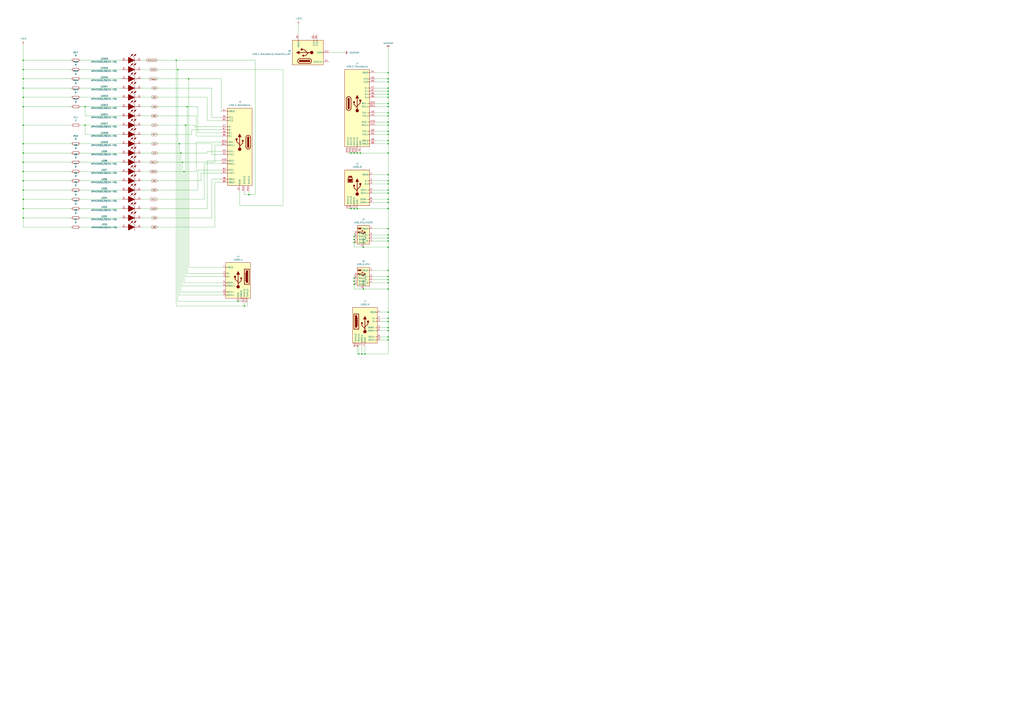
<source format=kicad_sch>
(kicad_sch (version 20231120) (generator "eeschema") (generator_version "8.0")
  (paper "A1")
  (junction (at 318.77 264.16))
  (junction (at 19.05 171.45))
  (junction (at 290.83 228.6))
  (junction (at 318.77 171.45))
  (junction (at 318.77 102.87))
  (junction (at 318.77 222.25))
  (junction (at 200.66 251.46))
  (junction (at 299.72 290.83))
  (junction (at 290.83 194.31))
  (junction (at 318.77 269.24))
  (junction (at 318.77 156.21))
  (junction (at 318.77 92.71))
  (junction (at 318.77 115.57))
  (junction (at 295.91 125.73))
  (junction (at 318.77 74.93))
  (junction (at 318.77 193.04))
  (junction (at 151.13 140.97))
  (junction (at 19.05 87.63))
  (junction (at 144.78 49.53))
  (junction (at 290.83 233.68))
  (junction (at 318.77 198.12))
  (junction (at 318.77 72.39))
  (junction (at 318.77 67.31))
  (junction (at 19.05 163.83))
  (junction (at 318.77 158.75))
  (junction (at 148.59 125.73))
  (junction (at 318.77 87.63))
  (junction (at 318.77 110.49))
  (junction (at 146.05 57.15))
  (junction (at 318.77 100.33))
  (junction (at 69.85 87.63))
  (junction (at 19.05 118.11))
  (junction (at 69.85 102.87))
  (junction (at 318.77 143.51))
  (junction (at 147.32 118.11))
  (junction (at 297.18 290.83))
  (junction (at 298.45 237.49))
  (junction (at 318.77 59.69))
  (junction (at 19.05 148.59))
  (junction (at 288.29 125.73))
  (junction (at 152.4 102.87))
  (junction (at 318.77 77.47))
  (junction (at 19.05 80.01))
  (junction (at 290.83 125.73))
  (junction (at 318.77 279.4))
  (junction (at 19.05 140.97))
  (junction (at 318.77 85.09))
  (junction (at 318.77 271.78))
  (junction (at 288.29 171.45))
  (junction (at 19.05 125.73))
  (junction (at 19.05 64.77))
  (junction (at 318.77 203.2))
  (junction (at 318.77 125.73))
  (junction (at 318.77 166.37))
  (junction (at 318.77 148.59))
  (junction (at 318.77 261.62))
  (junction (at 318.77 95.25))
  (junction (at 318.77 256.54))
  (junction (at 318.77 107.95))
  (junction (at 318.77 276.86))
  (junction (at 318.77 64.77))
  (junction (at 294.64 290.83))
  (junction (at 19.05 49.53))
  (junction (at 153.67 87.63))
  (junction (at 19.05 72.39))
  (junction (at 293.37 125.73))
  (junction (at 290.83 231.14))
  (junction (at 318.77 232.41))
  (junction (at 19.05 57.15))
  (junction (at 19.05 102.87))
  (junction (at 318.77 195.58))
  (junction (at 318.77 229.87))
  (junction (at 19.05 179.07))
  (junction (at 195.58 247.65))
  (junction (at 204.47 160.02))
  (junction (at 318.77 237.49))
  (junction (at 149.86 133.35))
  (junction (at 318.77 187.96))
  (junction (at 19.05 156.21))
  (junction (at 290.83 199.39))
  (junction (at 318.77 80.01))
  (junction (at 290.83 171.45))
  (junction (at 293.37 171.45))
  (junction (at 154.94 64.77))
  (junction (at 318.77 163.83))
  (junction (at 19.05 133.35))
  (junction (at 318.77 227.33))
  (junction (at 318.77 118.11))
  (junction (at 318.77 151.13))
  (junction (at 290.83 196.85))
  (junction (at 298.45 203.2))
  (wire (pts (xy 69.85 102.87) (xy 66.04 102.87)))
  (wire (pts (xy 318.77 261.62) (xy 318.77 264.16)))
  (wire (pts (xy 318.77 148.59) (xy 306.07 148.59)))
  (wire (pts (xy 318.77 256.54) (xy 318.77 237.49)))
  (wire (pts (xy 290.83 196.85) (xy 290.83 199.39)))
  (wire (pts (xy 147.32 118.11) (xy 147.32 242.57)))
  (wire (pts (xy 295.91 125.73) (xy 318.77 125.73)))
  (wire (pts (xy 115.57 72.39) (xy 173.99 72.39)))
  (wire (pts (xy 318.77 232.41) (xy 318.77 237.49)))
  (wire (pts (xy 115.57 140.97) (xy 151.13 140.97)))
  (wire (pts (xy 162.56 109.22) (xy 162.56 87.63)))
  (wire (pts (xy 100.33 72.39) (xy 66.04 72.39)))
  (wire (pts (xy 176.53 186.69) (xy 176.53 149.86)))
  (wire (pts (xy 100.33 133.35) (xy 66.04 133.35)))
  (wire (pts (xy 318.77 59.69) (xy 318.77 64.77)))
  (wire (pts (xy 58.42 87.63) (xy 19.05 87.63)))
  (wire (pts (xy 290.83 228.6) (xy 290.83 226.06)))
  (wire (pts (xy 181.61 139.7) (xy 162.56 139.7)))
  (wire (pts (xy 292.1 284.48) (xy 293.37 284.48)))
  (wire (pts (xy 318.77 171.45) (xy 318.77 187.96)))
  (wire (pts (xy 318.77 264.16) (xy 318.77 269.24)))
  (wire (pts (xy 318.77 92.71) (xy 318.77 95.25)))
  (wire (pts (xy 69.85 87.63) (xy 66.04 87.63)))
  (wire (pts (xy 19.05 163.83) (xy 19.05 171.45)))
  (wire (pts (xy 146.05 247.65) (xy 195.58 247.65)))
  (wire (pts (xy 293.37 171.45) (xy 318.77 171.45)))
  (wire (pts (xy 100.33 179.07) (xy 66.04 179.07)))
  (wire (pts (xy 318.77 102.87) (xy 318.77 107.95)))
  (wire (pts (xy 308.61 64.77) (xy 318.77 64.77)))
  (wire (pts (xy 308.61 87.63) (xy 318.77 87.63)))
  (wire (pts (xy 160.02 104.14) (xy 160.02 102.87)))
  (wire (pts (xy 161.29 116.84) (xy 161.29 140.97)))
  (wire (pts (xy 203.2 247.65) (xy 203.2 251.46)))
  (wire (pts (xy 181.61 96.52) (xy 173.99 96.52)))
  (wire (pts (xy 308.61 80.01) (xy 318.77 80.01)))
  (wire (pts (xy 19.05 102.87) (xy 19.05 118.11)))
  (wire (pts (xy 100.33 95.25) (xy 69.85 95.25)))
  (wire (pts (xy 115.57 110.49) (xy 157.48 110.49)))
  (wire (pts (xy 19.05 125.73) (xy 19.05 133.35)))
  (wire (pts (xy 318.77 74.93) (xy 318.77 72.39)))
  (wire (pts (xy 196.85 168.91) (xy 196.85 157.48)))
  (wire (pts (xy 100.33 163.83) (xy 66.04 163.83)))
  (wire (pts (xy 308.61 67.31) (xy 318.77 67.31)))
  (wire (pts (xy 58.42 171.45) (xy 19.05 171.45)))
  (wire (pts (xy 318.77 100.33) (xy 318.77 102.87)))
  (wire (pts (xy 200.66 247.65) (xy 200.66 251.46)))
  (wire (pts (xy 288.29 171.45) (xy 290.83 171.45)))
  (wire (pts (xy 100.33 148.59) (xy 66.04 148.59)))
  (wire (pts (xy 149.86 133.35) (xy 176.53 133.35)))
  (wire (pts (xy 58.42 133.35) (xy 19.05 133.35)))
  (wire (pts (xy 182.88 242.57) (xy 147.32 242.57)))
  (wire (pts (xy 181.61 116.84) (xy 161.29 116.84)))
  (wire (pts (xy 308.61 107.95) (xy 318.77 107.95)))
  (wire (pts (xy 318.77 77.47) (xy 318.77 80.01)))
  (wire (pts (xy 297.18 284.48) (xy 297.18 290.83)))
  (wire (pts (xy 306.07 158.75) (xy 318.77 158.75)))
  (wire (pts (xy 182.88 224.79) (xy 153.67 224.79)))
  (wire (pts (xy 318.77 193.04) (xy 306.07 193.04)))
  (wire (pts (xy 318.77 74.93) (xy 318.77 77.47)))
  (wire (pts (xy 209.55 49.53) (xy 209.55 160.02)))
  (wire (pts (xy 69.85 87.63) (xy 69.85 95.25)))
  (wire (pts (xy 318.77 227.33) (xy 318.77 229.87)))
  (wire (pts (xy 318.77 95.25) (xy 318.77 100.33)))
  (wire (pts (xy 306.07 222.25) (xy 318.77 222.25)))
  (wire (pts (xy 306.07 163.83) (xy 318.77 163.83)))
  (wire (pts (xy 176.53 149.86) (xy 181.61 149.86)))
  (wire (pts (xy 290.83 203.2) (xy 298.45 203.2)))
  (wire (pts (xy 318.77 125.73) (xy 318.77 143.51)))
  (wire (pts (xy 297.18 290.83) (xy 299.72 290.83)))
  (wire (pts (xy 318.77 198.12) (xy 318.77 195.58)))
  (wire (pts (xy 318.77 222.25) (xy 318.77 227.33)))
  (wire (pts (xy 58.42 125.73) (xy 19.05 125.73)))
  (wire (pts (xy 152.4 102.87) (xy 152.4 227.33)))
  (wire (pts (xy 161.29 111.76) (xy 181.61 111.76)))
  (wire (pts (xy 285.75 125.73) (xy 288.29 125.73)))
  (wire (pts (xy 100.33 125.73) (xy 66.04 125.73)))
  (wire (pts (xy 290.83 199.39) (xy 290.83 203.2)))
  (wire (pts (xy 19.05 140.97) (xy 19.05 148.59)))
  (wire (pts (xy 161.29 111.76) (xy 161.29 95.25)))
  (wire (pts (xy 165.1 148.59) (xy 165.1 142.24)))
  (wire (pts (xy 19.05 72.39) (xy 19.05 80.01)))
  (wire (pts (xy 318.77 279.4) (xy 318.77 290.83)))
  (wire (pts (xy 308.61 92.71) (xy 318.77 92.71)))
  (wire (pts (xy 181.61 109.22) (xy 162.56 109.22)))
  (wire (pts (xy 115.57 186.69) (xy 176.53 186.69)))
  (wire (pts (xy 146.05 57.15) (xy 232.41 57.15)))
  (wire (pts (xy 181.61 147.32) (xy 173.99 147.32)))
  (wire (pts (xy 154.94 64.77) (xy 181.61 64.77)))
  (wire (pts (xy 318.77 115.57) (xy 318.77 118.11)))
  (wire (pts (xy 200.66 157.48) (xy 200.66 160.02)))
  (wire (pts (xy 318.77 85.09) (xy 318.77 87.63)))
  (wire (pts (xy 245.11 20.32) (xy 245.11 27.94)))
  (wire (pts (xy 19.05 156.21) (xy 19.05 148.59)))
  (wire (pts (xy 173.99 147.32) (xy 173.99 179.07)))
  (wire (pts (xy 306.07 156.21) (xy 318.77 156.21)))
  (wire (pts (xy 306.07 229.87) (xy 318.77 229.87)))
  (wire (pts (xy 290.83 125.73) (xy 293.37 125.73)))
  (wire (pts (xy 312.42 269.24) (xy 318.77 269.24)))
  (wire (pts (xy 58.42 80.01) (xy 19.05 80.01)))
  (wire (pts (xy 306.07 227.33) (xy 318.77 227.33)))
  (wire (pts (xy 153.67 87.63) (xy 162.56 87.63)))
  (wire (pts (xy 58.42 49.53) (xy 19.05 49.53)))
  (wire (pts (xy 100.33 80.01) (xy 66.04 80.01)))
  (wire (pts (xy 144.78 49.53) (xy 209.55 49.53)))
  (wire (pts (xy 181.61 124.46) (xy 170.18 124.46)))
  (wire (pts (xy 151.13 140.97) (xy 151.13 232.41)))
  (wire (pts (xy 318.77 269.24) (xy 318.77 271.78)))
  (wire (pts (xy 19.05 179.07) (xy 19.05 186.69)))
  (wire (pts (xy 170.18 132.08) (xy 181.61 132.08)))
  (wire (pts (xy 318.77 229.87) (xy 318.77 232.41)))
  (wire (pts (xy 19.05 49.53) (xy 19.05 57.15)))
  (wire (pts (xy 285.75 171.45) (xy 288.29 171.45)))
  (wire (pts (xy 19.05 36.83) (xy 19.05 49.53)))
  (wire (pts (xy 115.57 179.07) (xy 173.99 179.07)))
  (wire (pts (xy 196.85 168.91) (xy 232.41 168.91)))
  (wire (pts (xy 115.57 156.21) (xy 162.56 156.21)))
  (wire (pts (xy 308.61 59.69) (xy 318.77 59.69)))
  (wire (pts (xy 100.33 57.15) (xy 66.04 57.15)))
  (wire (pts (xy 299.72 284.48) (xy 299.72 290.83)))
  (wire (pts (xy 100.33 49.53) (xy 66.04 49.53)))
  (wire (pts (xy 181.61 119.38) (xy 176.53 119.38)))
  (wire (pts (xy 115.57 102.87) (xy 152.4 102.87)))
  (wire (pts (xy 312.42 256.54) (xy 318.77 256.54)))
  (wire (pts (xy 170.18 124.46) (xy 170.18 125.73)))
  (wire (pts (xy 173.99 96.52) (xy 173.99 72.39)))
  (wire (pts (xy 318.77 156.21) (xy 318.77 158.75)))
  (wire (pts (xy 115.57 163.83) (xy 167.64 163.83)))
  (wire (pts (xy 308.61 74.93) (xy 318.77 74.93)))
  (wire (pts (xy 290.83 237.49) (xy 290.83 233.68)))
  (wire (pts (xy 147.32 118.11) (xy 173.99 118.11)))
  (wire (pts (xy 204.47 160.02) (xy 204.47 157.48)))
  (wire (pts (xy 100.33 110.49) (xy 69.85 110.49)))
  (wire (pts (xy 115.57 95.25) (xy 161.29 95.25)))
  (wire (pts (xy 270.51 43.18) (xy 283.21 43.18)))
  (wire (pts (xy 318.77 276.86) (xy 318.77 279.4)))
  (wire (pts (xy 58.42 118.11) (xy 19.05 118.11)))
  (wire (pts (xy 312.42 261.62) (xy 318.77 261.62)))
  (wire (pts (xy 298.45 237.49) (xy 318.77 237.49)))
  (wire (pts (xy 318.77 195.58) (xy 306.07 195.58)))
  (wire (pts (xy 100.33 140.97) (xy 66.04 140.97)))
  (wire (pts (xy 308.61 100.33) (xy 318.77 100.33)))
  (wire (pts (xy 182.88 232.41) (xy 151.13 232.41)))
  (wire (pts (xy 19.05 57.15) (xy 19.05 64.77)))
  (wire (pts (xy 318.77 64.77) (xy 318.77 67.31)))
  (wire (pts (xy 100.33 156.21) (xy 66.04 156.21)))
  (wire (pts (xy 181.61 134.62) (xy 167.64 134.62)))
  (wire (pts (xy 195.58 247.65) (xy 198.12 247.65)))
  (wire (pts (xy 115.57 64.77) (xy 154.94 64.77)))
  (wire (pts (xy 58.42 163.83) (xy 19.05 163.83)))
  (wire (pts (xy 312.42 264.16) (xy 318.77 264.16)))
  (wire (pts (xy 290.83 194.31) (xy 290.83 196.85)))
  (wire (pts (xy 299.72 290.83) (xy 318.77 290.83)))
  (wire (pts (xy 200.66 251.46) (xy 203.2 251.46)))
  (wire (pts (xy 100.33 64.77) (xy 66.04 64.77)))
  (wire (pts (xy 19.05 125.73) (xy 19.05 118.11)))
  (wire (pts (xy 318.77 151.13) (xy 318.77 156.21)))
  (wire (pts (xy 170.18 99.06) (xy 170.18 80.01)))
  (wire (pts (xy 182.88 234.95) (xy 149.86 234.95)))
  (wire (pts (xy 58.42 57.15) (xy 19.05 57.15)))
  (wire (pts (xy 162.56 139.7) (xy 162.56 156.21)))
  (wire (pts (xy 290.83 237.49) (xy 298.45 237.49)))
  (wire (pts (xy 144.78 49.53) (xy 144.78 251.46)))
  (wire (pts (xy 318.77 80.01) (xy 318.77 85.09)))
  (wire (pts (xy 181.61 64.77) (xy 181.61 91.44)))
  (wire (pts (xy 154.94 219.71) (xy 182.88 219.71)))
  (wire (pts (xy 115.57 133.35) (xy 149.86 133.35)))
  (wire (pts (xy 308.61 115.57) (xy 318.77 115.57)))
  (wire (pts (xy 308.61 77.47) (xy 318.77 77.47)))
  (wire (pts (xy 100.33 87.63) (xy 69.85 87.63)))
  (wire (pts (xy 306.07 143.51) (xy 318.77 143.51)))
  (wire (pts (xy 154.94 64.77) (xy 154.94 219.71)))
  (wire (pts (xy 318.77 195.58) (xy 318.77 193.04)))
  (wire (pts (xy 115.57 57.15) (xy 146.05 57.15)))
  (wire (pts (xy 152.4 227.33) (xy 182.88 227.33)))
  (wire (pts (xy 152.4 102.87) (xy 160.02 102.87)))
  (wire (pts (xy 69.85 102.87) (xy 69.85 110.49)))
  (wire (pts (xy 115.57 125.73) (xy 148.59 125.73)))
  (wire (pts (xy 58.42 72.39) (xy 19.05 72.39)))
  (wire (pts (xy 100.33 118.11) (xy 66.04 118.11)))
  (wire (pts (xy 151.13 140.97) (xy 161.29 140.97)))
  (wire (pts (xy 115.57 171.45) (xy 170.18 171.45)))
  (wire (pts (xy 306.07 166.37) (xy 318.77 166.37)))
  (wire (pts (xy 318.77 187.96) (xy 318.77 193.04)))
  (wire (pts (xy 115.57 80.01) (xy 170.18 80.01)))
  (wire (pts (xy 148.59 125.73) (xy 148.59 240.03)))
  (wire (pts (xy 318.77 166.37) (xy 318.77 171.45)))
  (wire (pts (xy 318.77 67.31) (xy 318.77 72.39)))
  (wire (pts (xy 19.05 87.63) (xy 19.05 102.87)))
  (wire (pts (xy 100.33 102.87) (xy 69.85 102.87)))
  (wire (pts (xy 176.53 119.38) (xy 176.53 133.35)))
  (wire (pts (xy 306.07 232.41) (xy 318.77 232.41)))
  (wire (pts (xy 308.61 72.39) (xy 318.77 72.39)))
  (wire (pts (xy 200.66 160.02) (xy 204.47 160.02)))
  (wire (pts (xy 181.61 127) (xy 173.99 127)))
  (wire (pts (xy 308.61 118.11) (xy 318.77 118.11)))
  (wire (pts (xy 318.77 198.12) (xy 318.77 203.2)))
  (wire (pts (xy 19.05 64.77) (xy 19.05 72.39)))
  (wire (pts (xy 19.05 163.83) (xy 19.05 156.21)))
  (wire (pts (xy 312.42 271.78) (xy 318.77 271.78)))
  (wire (pts (xy 181.61 99.06) (xy 170.18 99.06)))
  (wire (pts (xy 318.77 87.63) (xy 318.77 92.71)))
  (wire (pts (xy 318.77 110.49) (xy 318.77 115.57)))
  (wire (pts (xy 170.18 171.45) (xy 170.18 132.08)))
  (wire (pts (xy 294.64 284.48) (xy 294.64 290.83)))
  (wire (pts (xy 153.67 87.63) (xy 153.67 224.79)))
  (wire (pts (xy 318.77 151.13) (xy 306.07 151.13)))
  (wire (pts (xy 19.05 80.01) (xy 19.05 87.63)))
  (wire (pts (xy 144.78 251.46) (xy 200.66 251.46)))
  (wire (pts (xy 318.77 143.51) (xy 318.77 148.59)))
  (wire (pts (xy 115.57 87.63) (xy 153.67 87.63)))
  (wire (pts (xy 288.29 125.73) (xy 290.83 125.73)))
  (wire (pts (xy 308.61 110.49) (xy 318.77 110.49)))
  (wire (pts (xy 294.64 290.83) (xy 297.18 290.83)))
  (wire (pts (xy 100.33 171.45) (xy 66.04 171.45)))
  (wire (pts (xy 308.61 102.87) (xy 318.77 102.87)))
  (wire (pts (xy 100.33 186.69) (xy 66.04 186.69)))
  (wire (pts (xy 165.1 142.24) (xy 181.61 142.24)))
  (wire (pts (xy 149.86 133.35) (xy 149.86 234.95)))
  (wire (pts (xy 318.77 148.59) (xy 318.77 151.13)))
  (wire (pts (xy 312.42 279.4) (xy 318.77 279.4)))
  (wire (pts (xy 58.42 64.77) (xy 19.05 64.77)))
  (wire (pts (xy 148.59 125.73) (xy 170.18 125.73)))
  (wire (pts (xy 160.02 104.14) (xy 181.61 104.14)))
  (wire (pts (xy 204.47 160.02) (xy 209.55 160.02)))
  (wire (pts (xy 290.83 171.45) (xy 293.37 171.45)))
  (wire (pts (xy 312.42 276.86) (xy 318.77 276.86)))
  (wire (pts (xy 318.77 271.78) (xy 318.77 276.86)))
  (wire (pts (xy 232.41 57.15) (xy 232.41 168.91)))
  (wire (pts (xy 298.45 203.2) (xy 318.77 203.2)))
  (wire (pts (xy 19.05 133.35) (xy 19.05 140.97)))
  (wire (pts (xy 58.42 179.07) (xy 19.05 179.07)))
  (wire (pts (xy 290.83 191.77) (xy 290.83 194.31)))
  (wire (pts (xy 181.61 106.68) (xy 157.48 106.68)))
  (wire (pts (xy 293.37 284.48) (xy 293.37 290.83)))
  (wire (pts (xy 58.42 140.97) (xy 19.05 140.97)))
  (wire (pts (xy 293.37 290.83) (xy 294.64 290.83)))
  (wire (pts (xy 58.42 186.69) (xy 19.05 186.69)))
  (wire (pts (xy 182.88 240.03) (xy 148.59 240.03)))
  (wire (pts (xy 290.83 233.68) (xy 290.83 231.14)))
  (wire (pts (xy 157.48 106.68) (xy 157.48 110.49)))
  (wire (pts (xy 115.57 49.53) (xy 144.78 49.53)))
  (wire (pts (xy 173.99 127) (xy 173.99 118.11)))
  (wire (pts (xy 308.61 85.09) (xy 318.77 85.09)))
  (wire (pts (xy 318.77 158.75) (xy 318.77 163.83)))
  (wire (pts (xy 318.77 203.2) (xy 318.77 222.25)))
  (wire (pts (xy 167.64 134.62) (xy 167.64 163.83)))
  (wire (pts (xy 19.05 179.07) (xy 19.05 171.45)))
  (wire (pts (xy 115.57 148.59) (xy 165.1 148.59)))
  (wire (pts (xy 318.77 187.96) (xy 306.07 187.96)))
  (wire (pts (xy 318.77 256.54) (xy 318.77 261.62)))
  (wire (pts (xy 318.77 163.83) (xy 318.77 166.37)))
  (wire (pts (xy 318.77 198.12) (xy 306.07 198.12)))
  (wire (pts (xy 318.77 39.37) (xy 318.77 59.69)))
  (wire (pts (xy 318.77 118.11) (xy 318.77 125.73)))
  (wire (pts (xy 58.42 156.21) (xy 19.05 156.21)))
  (wire (pts (xy 308.61 95.25) (xy 318.77 95.25)))
  (wire (pts (xy 58.42 102.87) (xy 19.05 102.87)))
  (wire (pts (xy 146.05 57.15) (xy 146.05 247.65)))
  (wire (pts (xy 58.42 148.59) (xy 19.05 148.59)))
  (wire (pts (xy 318.77 107.95) (xy 318.77 110.49)))
  (wire (pts (xy 293.37 125.73) (xy 295.91 125.73)))
  (wire (pts (xy 115.57 118.11) (xy 147.32 118.11)))
  (wire (pts (xy 290.83 231.14) (xy 290.83 228.6)))
  (global_label "B6" (shape input) (at 129.54 95.25 180) (property "Intersheetrefs" "${INTERSHEET_REFS}" (effects (hide yes))))
  (global_label "GND" (shape input) (at 129.54 57.15 180) (property "Intersheetrefs" "${INTERSHEET_REFS}" (effects (hide yes))))
  (global_label "B3" (shape input) (at 129.54 156.21 180) (property "Intersheetrefs" "${INTERSHEET_REFS}" (effects (hide yes))))
  (global_label "A8" (shape input) (at 129.54 179.07 180) (property "Intersheetrefs" "${INTERSHEET_REFS}" (effects (hide yes))))
  (global_label "A11" (shape input) (at 129.54 163.83 180) (property "Intersheetrefs" "${INTERSHEET_REFS}" (effects (hide yes))))
  (global_label "A10" (shape input) (at 129.54 171.45 180) (property "Intersheetrefs" "${INTERSHEET_REFS}" (effects (hide yes))))
  (global_label "B8" (shape input) (at 129.54 186.69 180) (property "Intersheetrefs" "${INTERSHEET_REFS}" (effects (hide yes))))
  (global_label "A5" (shape input) (at 129.54 72.39 180) (property "Intersheetrefs" "${INTERSHEET_REFS}" (effects (hide yes))))
  (global_label "A3" (shape input) (at 129.54 125.73 180) (property "Intersheetrefs" "${INTERSHEET_REFS}" (effects (hide yes))))
  (global_label "A6" (shape input) (at 129.54 87.63 180) (property "Intersheetrefs" "${INTERSHEET_REFS}" (effects (hide yes))))
  (global_label "B5" (shape input) (at 129.54 80.01 180) (property "Intersheetrefs" "${INTERSHEET_REFS}" (effects (hide yes))))
  (global_label "SHIELD" (shape input) (at 129.54 49.53 180) (property "Intersheetrefs" "${INTERSHEET_REFS}" (effects (hide yes))))
  (global_label "B11" (shape input) (at 129.54 133.35 180) (property "Intersheetrefs" "${INTERSHEET_REFS}" (effects (hide yes))))
  (global_label "A2" (shape input) (at 129.54 118.11 180) (property "Intersheetrefs" "${INTERSHEET_REFS}" (effects (hide yes))))
  (global_label "V_{BUS}" (shape input) (at 129.54 64.77 180) (property "Intersheetrefs" "${INTERSHEET_REFS}" (effects (hide yes))))
  (global_label "B7" (shape input) (at 129.54 110.49 180) (property "Intersheetrefs" "${INTERSHEET_REFS}" (effects (hide yes))))
  (global_label "B2" (shape input) (at 129.54 148.59 180) (property "Intersheetrefs" "${INTERSHEET_REFS}" (effects (hide yes))))
  (global_label "A7" (shape input) (at 129.54 102.87 180) (property "Intersheetrefs" "${INTERSHEET_REFS}" (effects (hide yes))))
  (global_label "B10" (shape input) (at 129.54 140.97 180) (property "Intersheetrefs" "${INTERSHEET_REFS}" (effects (hide yes))))
  (symbol (lib_id "APHCM2012SECK-F01:APHCM2012SECK-F01") (at 115.57 133.35 0) (mirror y) (unit 1)
    (property "Reference" "LED8" (at 85.598 132.08 0))
    (property "Value" "APHCM2012SECK-F01" (at 85.598 134.62 0))
    (property "Footprint" "APHCM2012SECK-F01 SMD LED:LEDC2012X50N" (effects (hide yes)))
    (property "Datasheet" "http://www.kingbrightusa.com/images/catalog/SPEC/APHCM2012SECK-F01.pdf" (effects (hide yes)))
    (property "Description" "Standard LEDs - SMD Orange 601nm Water Clear" (effects (hide yes)))
    (property "Height" "0.5" (effects (hide yes)))
    (property "Mouser Part Number" "604-APHCM2012SECK" (effects (hide yes)))
    (property "Mouser Price/Stock" "https://www.mouser.co.uk/ProductDetail/Kingbright/APHCM2012SECK-F01?qs=qqKal61G0Kyqp6URQ9ws7Q%3D%3D" (effects (hide yes)))
    (property "Manufacturer_Name" "Kingbright" (effects (hide yes)))
    (property "Manufacturer_Part_Number" "APHCM2012SECK-F01" (effects (hide yes)))
  )
  (symbol (lib_id "Device:R") (at 62.23 179.07 270) (mirror x) (unit 1)
    (property "Reference" "R2" (at 62.23 172.72 90))
    (property "Value" "R" (at 62.23 175.26 90))
    (property "Footprint" "Resistor_SMD:R_0201_0603Metric" (effects (hide yes)))
    (property "Description" "Resistor" (effects (hide yes)))
  )
  (symbol (lib_id "APHCM2012SECK-F01:APHCM2012SECK-F01") (at 115.57 49.53 0) (mirror y) (unit 1)
    (property "Reference" "LED19" (at 85.598 48.26 0))
    (property "Value" "APHCM2012SECK-F01" (at 85.598 50.8 0))
    (property "Footprint" "APHCM2012SECK-F01 SMD LED:LEDC2012X50N" (effects (hide yes)))
    (property "Datasheet" "http://www.kingbrightusa.com/images/catalog/SPEC/APHCM2012SECK-F01.pdf" (effects (hide yes)))
    (property "Description" "Standard LEDs - SMD Orange 601nm Water Clear" (effects (hide yes)))
    (property "Height" "0.5" (effects (hide yes)))
    (property "Mouser Part Number" "604-APHCM2012SECK" (effects (hide yes)))
    (property "Mouser Price/Stock" "https://www.mouser.co.uk/ProductDetail/Kingbright/APHCM2012SECK-F01?qs=qqKal61G0Kyqp6URQ9ws7Q%3D%3D" (effects (hide yes)))
    (property "Manufacturer_Name" "Kingbright" (effects (hide yes)))
    (property "Manufacturer_Part_Number" "APHCM2012SECK-F01" (effects (hide yes)))
  )
  (symbol (lib_id "Device:R") (at 62.23 125.73 270) (mirror x) (unit 1)
    (property "Reference" "R9" (at 62.23 119.38 90))
    (property "Value" "R" (at 62.23 121.92 90))
    (property "Footprint" "Resistor_SMD:R_0201_0603Metric" (effects (hide yes)))
    (property "Description" "Resistor" (effects (hide yes)))
  )
  (symbol (lib_id "APHCM2012SECK-F01:APHCM2012SECK-F01") (at 115.57 80.01 0) (mirror y) (unit 1)
    (property "Reference" "LED13" (at 85.598 78.74 0))
    (property "Value" "APHCM2012SECK-F01" (at 85.598 81.28 0))
    (property "Footprint" "APHCM2012SECK-F01 SMD LED:LEDC2012X50N" (effects (hide yes)))
    (property "Datasheet" "http://www.kingbrightusa.com/images/catalog/SPEC/APHCM2012SECK-F01.pdf" (effects (hide yes)))
    (property "Description" "Standard LEDs - SMD Orange 601nm Water Clear" (effects (hide yes)))
    (property "Height" "0.5" (effects (hide yes)))
    (property "Mouser Part Number" "604-APHCM2012SECK" (effects (hide yes)))
    (property "Mouser Price/Stock" "https://www.mouser.co.uk/ProductDetail/Kingbright/APHCM2012SECK-F01?qs=qqKal61G0Kyqp6URQ9ws7Q%3D%3D" (effects (hide yes)))
    (property "Manufacturer_Name" "Kingbright" (effects (hide yes)))
    (property "Manufacturer_Part_Number" "APHCM2012SECK-F01" (effects (hide yes)))
  )
  (symbol (lib_id "APHCM2012SECK-F01:APHCM2012SECK-F01") (at 115.57 179.07 0) (mirror y) (unit 1)
    (property "Reference" "LED2" (at 85.598 177.8 0))
    (property "Value" "APHCM2012SECK-F01" (at 85.598 180.34 0))
    (property "Footprint" "APHCM2012SECK-F01 SMD LED:LEDC2012X50N" (effects (hide yes)))
    (property "Datasheet" "http://www.kingbrightusa.com/images/catalog/SPEC/APHCM2012SECK-F01.pdf" (effects (hide yes)))
    (property "Description" "Standard LEDs - SMD Orange 601nm Water Clear" (effects (hide yes)))
    (property "Height" "0.5" (effects (hide yes)))
    (property "Mouser Part Number" "604-APHCM2012SECK" (effects (hide yes)))
    (property "Mouser Price/Stock" "https://www.mouser.co.uk/ProductDetail/Kingbright/APHCM2012SECK-F01?qs=qqKal61G0Kyqp6URQ9ws7Q%3D%3D" (effects (hide yes)))
    (property "Manufacturer_Name" "Kingbright" (effects (hide yes)))
    (property "Manufacturer_Part_Number" "APHCM2012SECK-F01" (effects (hide yes)))
  )
  (symbol (lib_id "APHCM2012SECK-F01:APHCM2012SECK-F01") (at 115.57 95.25 0) (mirror y) (unit 1)
    (property "Reference" "LED11" (at 85.598 93.98 0))
    (property "Value" "APHCM2012SECK-F01" (at 85.598 96.52 0))
    (property "Footprint" "APHCM2012SECK-F01 SMD LED:LEDC2012X50N" (effects (hide yes)))
    (property "Datasheet" "http://www.kingbrightusa.com/images/catalog/SPEC/APHCM2012SECK-F01.pdf" (effects (hide yes)))
    (property "Description" "Standard LEDs - SMD Orange 601nm Water Clear" (effects (hide yes)))
    (property "Height" "0.5" (effects (hide yes)))
    (property "Mouser Part Number" "604-APHCM2012SECK" (effects (hide yes)))
    (property "Mouser Price/Stock" "https://www.mouser.co.uk/ProductDetail/Kingbright/APHCM2012SECK-F01?qs=qqKal61G0Kyqp6URQ9ws7Q%3D%3D" (effects (hide yes)))
    (property "Manufacturer_Name" "Kingbright" (effects (hide yes)))
    (property "Manufacturer_Part_Number" "APHCM2012SECK-F01" (effects (hide yes)))
  )
  (symbol (lib_id "power:GNDPWR") (at 283.21 43.18 90) (unit 1)
    (property "Reference" "#PWR03" (effects (hide yes)))
    (property "Value" "GNDPWR" (at 287.02 43.3069 90) (effects (justify right)))
    (property "Description" "Power symbol creates a global label with name \"GNDPWR\" , global ground" (effects (hide yes)))
  )
  (symbol (lib_id "Device:R") (at 62.23 133.35 270) (mirror x) (unit 1)
    (property "Reference" "R8" (at 62.23 127 90))
    (property "Value" "R" (at 62.23 129.54 90))
    (property "Footprint" "Resistor_SMD:R_0201_0603Metric" (effects (hide yes)))
    (property "Description" "Resistor" (effects (hide yes)))
  )
  (symbol (lib_id "APHCM2012SECK-F01:APHCM2012SECK-F01") (at 115.57 118.11 0) (mirror y) (unit 1)
    (property "Reference" "LED10" (at 85.598 116.84 0))
    (property "Value" "APHCM2012SECK-F01" (at 85.598 119.38 0))
    (property "Footprint" "APHCM2012SECK-F01 SMD LED:LEDC2012X50N" (effects (hide yes)))
    (property "Datasheet" "http://www.kingbrightusa.com/images/catalog/SPEC/APHCM2012SECK-F01.pdf" (effects (hide yes)))
    (property "Description" "Standard LEDs - SMD Orange 601nm Water Clear" (effects (hide yes)))
    (property "Height" "0.5" (effects (hide yes)))
    (property "Mouser Part Number" "604-APHCM2012SECK" (effects (hide yes)))
    (property "Mouser Price/Stock" "https://www.mouser.co.uk/ProductDetail/Kingbright/APHCM2012SECK-F01?qs=qqKal61G0Kyqp6URQ9ws7Q%3D%3D" (effects (hide yes)))
    (property "Manufacturer_Name" "Kingbright" (effects (hide yes)))
    (property "Manufacturer_Part_Number" "APHCM2012SECK-F01" (effects (hide yes)))
  )
  (symbol (lib_id "Device:R") (at 62.23 64.77 270) (mirror x) (unit 1)
    (property "Reference" "R15" (at 62.23 58.42 90))
    (property "Value" "R" (at 62.23 60.96 90))
    (property "Footprint" "Resistor_SMD:R_0201_0603Metric" (effects (hide yes)))
    (property "Description" "Resistor" (effects (hide yes)))
  )
  (symbol (lib_id "APHCM2012SECK-F01:APHCM2012SECK-F01") (at 115.57 57.15 0) (mirror y) (unit 1)
    (property "Reference" "LED16" (at 85.598 55.88 0))
    (property "Value" "APHCM2012SECK-F01" (at 85.598 58.42 0))
    (property "Footprint" "APHCM2012SECK-F01 SMD LED:LEDC2012X50N" (effects (hide yes)))
    (property "Datasheet" "http://www.kingbrightusa.com/images/catalog/SPEC/APHCM2012SECK-F01.pdf" (effects (hide yes)))
    (property "Description" "Standard LEDs - SMD Orange 601nm Water Clear" (effects (hide yes)))
    (property "Height" "0.5" (effects (hide yes)))
    (property "Mouser Part Number" "604-APHCM2012SECK" (effects (hide yes)))
    (property "Mouser Price/Stock" "https://www.mouser.co.uk/ProductDetail/Kingbright/APHCM2012SECK-F01?qs=qqKal61G0Kyqp6URQ9ws7Q%3D%3D" (effects (hide yes)))
    (property "Manufacturer_Name" "Kingbright" (effects (hide yes)))
    (property "Manufacturer_Part_Number" "APHCM2012SECK-F01" (effects (hide yes)))
  )
  (symbol (lib_id "APHCM2012SECK-F01:APHCM2012SECK-F01") (at 115.57 64.77 0) (mirror y) (unit 1)
    (property "Reference" "LED15" (at 85.598 63.5 0))
    (property "Value" "APHCM2012SECK-F01" (at 85.598 66.04 0))
    (property "Footprint" "APHCM2012SECK-F01 SMD LED:LEDC2012X50N" (effects (hide yes)))
    (property "Datasheet" "http://www.kingbrightusa.com/images/catalog/SPEC/APHCM2012SECK-F01.pdf" (effects (hide yes)))
    (property "Description" "Standard LEDs - SMD Orange 601nm Water Clear" (effects (hide yes)))
    (property "Height" "0.5" (effects (hide yes)))
    (property "Mouser Part Number" "604-APHCM2012SECK" (effects (hide yes)))
    (property "Mouser Price/Stock" "https://www.mouser.co.uk/ProductDetail/Kingbright/APHCM2012SECK-F01?qs=qqKal61G0Kyqp6URQ9ws7Q%3D%3D" (effects (hide yes)))
    (property "Manufacturer_Name" "Kingbright" (effects (hide yes)))
    (property "Manufacturer_Part_Number" "APHCM2012SECK-F01" (effects (hide yes)))
  )
  (symbol (lib_id "APHCM2012SECK-F01:APHCM2012SECK-F01") (at 115.57 140.97 0) (mirror y) (unit 1)
    (property "Reference" "LED7" (at 85.598 139.7 0))
    (property "Value" "APHCM2012SECK-F01" (at 85.598 142.24 0))
    (property "Footprint" "APHCM2012SECK-F01 SMD LED:LEDC2012X50N" (effects (hide yes)))
    (property "Datasheet" "http://www.kingbrightusa.com/images/catalog/SPEC/APHCM2012SECK-F01.pdf" (effects (hide yes)))
    (property "Description" "Standard LEDs - SMD Orange 601nm Water Clear" (effects (hide yes)))
    (property "Height" "0.5" (effects (hide yes)))
    (property "Mouser Part Number" "604-APHCM2012SECK" (effects (hide yes)))
    (property "Mouser Price/Stock" "https://www.mouser.co.uk/ProductDetail/Kingbright/APHCM2012SECK-F01?qs=qqKal61G0Kyqp6URQ9ws7Q%3D%3D" (effects (hide yes)))
    (property "Manufacturer_Name" "Kingbright" (effects (hide yes)))
    (property "Manufacturer_Part_Number" "APHCM2012SECK-F01" (effects (hide yes)))
  )
  (symbol (lib_id "APHCM2012SECK-F01:APHCM2012SECK-F01") (at 115.57 87.63 0) (mirror y) (unit 1)
    (property "Reference" "LED12" (at 85.598 86.36 0))
    (property "Value" "APHCM2012SECK-F01" (at 85.598 88.9 0))
    (property "Footprint" "APHCM2012SECK-F01 SMD LED:LEDC2012X50N" (effects (hide yes)))
    (property "Datasheet" "http://www.kingbrightusa.com/images/catalog/SPEC/APHCM2012SECK-F01.pdf" (effects (hide yes)))
    (property "Description" "Standard LEDs - SMD Orange 601nm Water Clear" (effects (hide yes)))
    (property "Height" "0.5" (effects (hide yes)))
    (property "Mouser Part Number" "604-APHCM2012SECK" (effects (hide yes)))
    (property "Mouser Price/Stock" "https://www.mouser.co.uk/ProductDetail/Kingbright/APHCM2012SECK-F01?qs=qqKal61G0Kyqp6URQ9ws7Q%3D%3D" (effects (hide yes)))
    (property "Manufacturer_Name" "Kingbright" (effects (hide yes)))
    (property "Manufacturer_Part_Number" "APHCM2012SECK-F01" (effects (hide yes)))
  )
  (symbol (lib_id "Connector:USB_B_Mini") (at 298.45 227.33 0) (unit 1)
    (property "Reference" "J6" (at 298.45 214.63 0))
    (property "Value" "USB_B_Mini" (at 298.45 217.17 0))
    (property "Footprint" "USBBMini2:GCT_USB2066-05-RBHM-XX-STB-00-01-A_REVD" (effects (hide yes)))
    (property "Description" "USB Mini Type B connector" (effects (hide yes)))
  )
  (symbol (lib_id "APHCM2012SECK-F01:APHCM2012SECK-F01") (at 115.57 110.49 0) (mirror y) (unit 1)
    (property "Reference" "LED18" (at 85.598 109.22 0))
    (property "Value" "APHCM2012SECK-F01" (at 85.598 111.76 0))
    (property "Footprint" "APHCM2012SECK-F01 SMD LED:LEDC2012X50N" (effects (hide yes)))
    (property "Datasheet" "http://www.kingbrightusa.com/images/catalog/SPEC/APHCM2012SECK-F01.pdf" (effects (hide yes)))
    (property "Description" "Standard LEDs - SMD Orange 601nm Water Clear" (effects (hide yes)))
    (property "Height" "0.5" (effects (hide yes)))
    (property "Mouser Part Number" "604-APHCM2012SECK" (effects (hide yes)))
    (property "Mouser Price/Stock" "https://www.mouser.co.uk/ProductDetail/Kingbright/APHCM2012SECK-F01?qs=qqKal61G0Kyqp6URQ9ws7Q%3D%3D" (effects (hide yes)))
    (property "Manufacturer_Name" "Kingbright" (effects (hide yes)))
    (property "Manufacturer_Part_Number" "APHCM2012SECK-F01" (effects (hide yes)))
  )
  (symbol (lib_id "APHCM2012SECK-F01:APHCM2012SECK-F01") (at 115.57 163.83 0) (mirror y) (unit 1)
    (property "Reference" "LED4" (at 85.598 162.56 0))
    (property "Value" "APHCM2012SECK-F01" (at 85.598 165.1 0))
    (property "Footprint" "APHCM2012SECK-F01 SMD LED:LEDC2012X50N" (effects (hide yes)))
    (property "Datasheet" "http://www.kingbrightusa.com/images/catalog/SPEC/APHCM2012SECK-F01.pdf" (effects (hide yes)))
    (property "Description" "Standard LEDs - SMD Orange 601nm Water Clear" (effects (hide yes)))
    (property "Height" "0.5" (effects (hide yes)))
    (property "Mouser Part Number" "604-APHCM2012SECK" (effects (hide yes)))
    (property "Mouser Price/Stock" "https://www.mouser.co.uk/ProductDetail/Kingbright/APHCM2012SECK-F01?qs=qqKal61G0Kyqp6URQ9ws7Q%3D%3D" (effects (hide yes)))
    (property "Manufacturer_Name" "Kingbright" (effects (hide yes)))
    (property "Manufacturer_Part_Number" "APHCM2012SECK-F01" (effects (hide yes)))
  )
  (symbol (lib_id "APHCM2012SECK-F01:APHCM2012SECK-F01") (at 115.57 125.73 0) (mirror y) (unit 1)
    (property "Reference" "LED9" (at 85.598 124.46 0))
    (property "Value" "APHCM2012SECK-F01" (at 85.598 127 0))
    (property "Footprint" "APHCM2012SECK-F01 SMD LED:LEDC2012X50N" (effects (hide yes)))
    (property "Datasheet" "http://www.kingbrightusa.com/images/catalog/SPEC/APHCM2012SECK-F01.pdf" (effects (hide yes)))
    (property "Description" "Standard LEDs - SMD Orange 601nm Water Clear" (effects (hide yes)))
    (property "Height" "0.5" (effects (hide yes)))
    (property "Mouser Part Number" "604-APHCM2012SECK" (effects (hide yes)))
    (property "Mouser Price/Stock" "https://www.mouser.co.uk/ProductDetail/Kingbright/APHCM2012SECK-F01?qs=qqKal61G0Kyqp6URQ9ws7Q%3D%3D" (effects (hide yes)))
    (property "Manufacturer_Name" "Kingbright" (effects (hide yes)))
    (property "Manufacturer_Part_Number" "APHCM2012SECK-F01" (effects (hide yes)))
  )
  (symbol (lib_id "Device:R") (at 62.23 87.63 270) (mirror x) (unit 1)
    (property "Reference" "R12" (at 62.23 81.28 90))
    (property "Value" "R" (at 62.23 83.82 90))
    (property "Footprint" "Resistor_SMD:R_0201_0603Metric" (effects (hide yes)))
    (property "Description" "Resistor" (effects (hide yes)))
  )
  (symbol (lib_id "APHCM2012SECK-F01:APHCM2012SECK-F01") (at 115.57 72.39 0) (mirror y) (unit 1)
    (property "Reference" "LED14" (at 85.598 71.12 0))
    (property "Value" "APHCM2012SECK-F01" (at 85.598 73.66 0))
    (property "Footprint" "APHCM2012SECK-F01 SMD LED:LEDC2012X50N" (effects (hide yes)))
    (property "Datasheet" "http://www.kingbrightusa.com/images/catalog/SPEC/APHCM2012SECK-F01.pdf" (effects (hide yes)))
    (property "Description" "Standard LEDs - SMD Orange 601nm Water Clear" (effects (hide yes)))
    (property "Height" "0.5" (effects (hide yes)))
    (property "Mouser Part Number" "604-APHCM2012SECK" (effects (hide yes)))
    (property "Mouser Price/Stock" "https://www.mouser.co.uk/ProductDetail/Kingbright/APHCM2012SECK-F01?qs=qqKal61G0Kyqp6URQ9ws7Q%3D%3D" (effects (hide yes)))
    (property "Manufacturer_Name" "Kingbright" (effects (hide yes)))
    (property "Manufacturer_Part_Number" "APHCM2012SECK-F01" (effects (hide yes)))
  )
  (symbol (lib_id "power:+3V3") (at 19.05 36.83 0) (mirror y) (unit 1)
    (property "Reference" "#PWR01" (effects (hide yes)))
    (property "Value" "+3V3" (at 19.05 31.75 0))
    (property "Description" "Power symbol creates a global label with name \"+3V3\"" (effects (hide yes)))
  )
  (symbol (lib_id "power:+3V3") (at 245.11 20.32 0) (unit 1)
    (property "Reference" "#PWR04" (effects (hide yes)))
    (property "Value" "+3V3" (at 245.11 15.24 0))
    (property "Description" "Power symbol creates a global label with name \"+3V3\"" (effects (hide yes)))
  )
  (symbol (lib_id "Connector:USB_C_Receptacle") (at 196.85 116.84 0) (mirror y) (unit 1)
    (property "Reference" "J3" (at 196.85 83.82 0))
    (property "Value" "USB_C_Receptacle" (at 196.85 86.36 0))
    (property "Footprint" "USB4056-03-A Type C Socket:USB405603A" (effects (hide yes)))
    (property "Datasheet" "https://www.usb.org/sites/default/files/documents/usb_type-c.zip" (effects (hide yes)))
    (property "Description" "USB Full-Featured Type-C Receptacle connector" (effects (hide yes)))
  )
  (symbol (lib_id "Device:R") (at 62.23 140.97 270) (mirror x) (unit 1)
    (property "Reference" "R7" (at 62.23 134.62 90))
    (property "Value" "R" (at 62.23 137.16 90))
    (property "Footprint" "Resistor_SMD:R_0201_0603Metric" (effects (hide yes)))
    (property "Description" "Resistor" (effects (hide yes)))
  )
  (symbol (lib_id "Device:R") (at 62.23 72.39 270) (mirror x) (unit 1)
    (property "Reference" "R14" (at 62.23 66.04 90))
    (property "Value" "R" (at 62.23 68.58 90))
    (property "Footprint" "Resistor_SMD:R_0201_0603Metric" (effects (hide yes)))
    (property "Description" "Resistor" (effects (hide yes)))
  )
  (symbol (lib_id "Connector:USB_C_Receptacle_PowerOnly_6P") (at 252.73 43.18 90) (unit 1)
    (property "Reference" "J8" (at 238.76 41.9099 90) (effects (justify left)))
    (property "Value" "USB_C_Receptacle_PowerOnly_6P" (at 238.76 44.4499 90) (effects (justify left)))
    (property "Footprint" "USBCPWR:USB4125GFA" (effects (hide yes)))
    (property "Datasheet" "https://www.usb.org/sites/default/files/documents/usb_type-c.zip" (effects (hide yes)))
    (property "Description" "USB Power-Only 6P Type-C Receptacle connector" (effects (hide yes)))
  )
  (symbol (lib_id "APHCM2012SECK-F01:APHCM2012SECK-F01") (at 115.57 186.69 0) (mirror y) (unit 1)
    (property "Reference" "LED1" (at 85.852 184.404 0))
    (property "Value" "APHCM2012SECK-F01" (at 85.852 186.944 0))
    (property "Footprint" "APHCM2012SECK-F01 SMD LED:LEDC2012X50N" (effects (hide yes)))
    (property "Datasheet" "http://www.kingbrightusa.com/images/catalog/SPEC/APHCM2012SECK-F01.pdf" (effects (hide yes)))
    (property "Description" "Standard LEDs - SMD Orange 601nm Water Clear" (effects (hide yes)))
    (property "Height" "0.5" (effects (hide yes)))
    (property "Mouser Part Number" "604-APHCM2012SECK" (effects (hide yes)))
    (property "Mouser Price/Stock" "https://www.mouser.co.uk/ProductDetail/Kingbright/APHCM2012SECK-F01?qs=qqKal61G0Kyqp6URQ9ws7Q%3D%3D" (effects (hide yes)))
    (property "Manufacturer_Name" "Kingbright" (effects (hide yes)))
    (property "Manufacturer_Part_Number" "APHCM2012SECK-F01" (effects (hide yes)))
  )
  (symbol (lib_id "Connector:USB_OTG") (at 298.45 193.04 0) (unit 1)
    (property "Reference" "J5" (at 298.45 180.34 0))
    (property "Value" "USB_OTG_MICRO" (at 298.45 182.88 0))
    (property "Footprint" "USBAB2:USB309030A" (effects (hide yes)))
    (property "Datasheet" " ~" (effects (hide yes)))
    (property "Description" "USB mini/micro connector" (effects (hide yes)))
  )
  (symbol (lib_id "APHCM2012SECK-F01:APHCM2012SECK-F01") (at 115.57 102.87 0) (mirror y) (unit 1)
    (property "Reference" "LED17" (at 85.598 101.6 0))
    (property "Value" "APHCM2012SECK-F01" (at 85.598 104.14 0))
    (property "Footprint" "APHCM2012SECK-F01 SMD LED:LEDC2012X50N" (effects (hide yes)))
    (property "Datasheet" "http://www.kingbrightusa.com/images/catalog/SPEC/APHCM2012SECK-F01.pdf" (effects (hide yes)))
    (property "Description" "Standard LEDs - SMD Orange 601nm Water Clear" (effects (hide yes)))
    (property "Height" "0.5" (effects (hide yes)))
    (property "Mouser Part Number" "604-APHCM2012SECK" (effects (hide yes)))
    (property "Mouser Price/Stock" "https://www.mouser.co.uk/ProductDetail/Kingbright/APHCM2012SECK-F01?qs=qqKal61G0Kyqp6URQ9ws7Q%3D%3D" (effects (hide yes)))
    (property "Manufacturer_Name" "Kingbright" (effects (hide yes)))
    (property "Manufacturer_Part_Number" "APHCM2012SECK-F01" (effects (hide yes)))
  )
  (symbol (lib_id "Device:R") (at 62.23 171.45 270) (mirror x) (unit 1)
    (property "Reference" "R3" (at 62.23 165.1 90))
    (property "Value" "R" (at 62.23 167.64 90))
    (property "Footprint" "Resistor_SMD:R_0201_0603Metric" (effects (hide yes)))
    (property "Description" "Resistor" (effects (hide yes)))
  )
  (symbol (lib_id "Device:R") (at 62.23 156.21 270) (mirror x) (unit 1)
    (property "Reference" "R5" (at 62.23 149.86 90))
    (property "Value" "R" (at 62.23 152.4 90))
    (property "Footprint" "Resistor_SMD:R_0201_0603Metric" (effects (hide yes)))
    (property "Description" "Resistor" (effects (hide yes)))
  )
  (symbol (lib_name "USB_C_Receptacle_1") (lib_id "Connector:USB_C_Receptacle") (at 293.37 85.09 0) (unit 1)
    (property "Reference" "J1" (at 293.37 52.07 0))
    (property "Value" "USB_C_Receptacle" (at 293.37 54.61 0))
    (property "Footprint" "USB4056-03-A Type C Socket:USB405603A" (effects (hide yes)))
    (property "Datasheet" "https://www.usb.org/sites/default/files/documents/usb_type-c.zip" (effects (hide yes)))
    (property "Description" "USB Full-Featured Type-C Receptacle connector" (effects (hide yes)))
  )
  (symbol (lib_id "APHCM2012SECK-F01:APHCM2012SECK-F01") (at 115.57 148.59 0) (mirror y) (unit 1)
    (property "Reference" "LED6" (at 85.598 147.32 0))
    (property "Value" "APHCM2012SECK-F01" (at 85.598 149.86 0))
    (property "Footprint" "APHCM2012SECK-F01 SMD LED:LEDC2012X50N" (effects (hide yes)))
    (property "Datasheet" "http://www.kingbrightusa.com/images/catalog/SPEC/APHCM2012SECK-F01.pdf" (effects (hide yes)))
    (property "Description" "Standard LEDs - SMD Orange 601nm Water Clear" (effects (hide yes)))
    (property "Height" "0.5" (effects (hide yes)))
    (property "Mouser Part Number" "604-APHCM2012SECK" (effects (hide yes)))
    (property "Mouser Price/Stock" "https://www.mouser.co.uk/ProductDetail/Kingbright/APHCM2012SECK-F01?qs=qqKal61G0Kyqp6URQ9ws7Q%3D%3D" (effects (hide yes)))
    (property "Manufacturer_Name" "Kingbright" (effects (hide yes)))
    (property "Manufacturer_Part_Number" "APHCM2012SECK-F01" (effects (hide yes)))
  )
  (symbol (lib_id "APHCM2012SECK-F01:APHCM2012SECK-F01") (at 115.57 171.45 0) (mirror y) (unit 1)
    (property "Reference" "LED3" (at 85.598 170.18 0))
    (property "Value" "APHCM2012SECK-F01" (at 85.598 172.72 0))
    (property "Footprint" "APHCM2012SECK-F01 SMD LED:LEDC2012X50N" (effects (hide yes)))
    (property "Datasheet" "http://www.kingbrightusa.com/images/catalog/SPEC/APHCM2012SECK-F01.pdf" (effects (hide yes)))
    (property "Description" "Standard LEDs - SMD Orange 601nm Water Clear" (effects (hide yes)))
    (property "Height" "0.5" (effects (hide yes)))
    (property "Mouser Part Number" "604-APHCM2012SECK" (effects (hide yes)))
    (property "Mouser Price/Stock" "https://www.mouser.co.uk/ProductDetail/Kingbright/APHCM2012SECK-F01?qs=qqKal61G0Kyqp6URQ9ws7Q%3D%3D" (effects (hide yes)))
    (property "Manufacturer_Name" "Kingbright" (effects (hide yes)))
    (property "Manufacturer_Part_Number" "APHCM2012SECK-F01" (effects (hide yes)))
  )
  (symbol (lib_id "Device:R") (at 62.23 118.11 270) (mirror x) (unit 1)
    (property "Reference" "R10" (at 62.23 111.76 90))
    (property "Value" "R" (at 62.23 114.3 90))
    (property "Footprint" "Resistor_SMD:R_0201_0603Metric" (effects (hide yes)))
    (property "Description" "Resistor" (effects (hide yes)))
  )
  (symbol (lib_id "Device:R") (at 62.23 80.01 270) (mirror x) (unit 1)
    (property "Reference" "R13" (at 62.23 73.66 90))
    (property "Value" "R" (at 62.23 76.2 90))
    (property "Footprint" "Resistor_SMD:R_0201_0603Metric" (effects (hide yes)))
    (property "Description" "Resistor" (effects (hide yes)))
  )
  (symbol (lib_id "Device:R") (at 62.23 148.59 270) (mirror x) (unit 1)
    (property "Reference" "R6" (at 62.23 142.24 90))
    (property "Value" "R" (at 62.23 144.78 90))
    (property "Footprint" "Resistor_SMD:R_0201_0603Metric" (effects (hide yes)))
    (property "Description" "Resistor" (effects (hide yes)))
  )
  (symbol (lib_id "Connector:USB3_A") (at 195.58 229.87 0) (mirror y) (unit 1)
    (property "Reference" "J4" (at 195.58 210.82 0))
    (property "Value" "USB3_A" (at 195.58 213.36 0))
    (property "Footprint" "USBA3:USB1135159LB" (effects (hide yes)))
    (property "Description" "USB 3.0 A connector" (effects (hide yes)))
  )
  (symbol (lib_id "Device:R") (at 62.23 102.87 270) (mirror x) (unit 1)
    (property "Reference" "R11" (at 62.23 96.52 90))
    (property "Value" "R" (at 62.23 99.06 90))
    (property "Footprint" "Resistor_SMD:R_0201_0603Metric" (effects (hide yes)))
    (property "Description" "Resistor" (effects (hide yes)))
  )
  (symbol (lib_id "Connector:USB3_A") (at 299.72 266.7 0) (unit 1)
    (property "Reference" "J7" (at 299.72 247.65 0))
    (property "Value" "USB3_A" (at 299.72 250.19 0))
    (property "Footprint" "USBA3:USB1135159LB" (effects (hide yes)))
    (property "Description" "USB 3.0 A connector" (effects (hide yes)))
  )
  (symbol (lib_id "power:GNDPWR") (at 318.77 39.37 180) (unit 1)
    (property "Reference" "#PWR02" (effects (hide yes)))
    (property "Value" "GNDPWR" (at 318.897 35.56 0))
    (property "Description" "Power symbol creates a global label with name \"GNDPWR\" , global ground" (effects (hide yes)))
  )
  (symbol (lib_id "APHCM2012SECK-F01:APHCM2012SECK-F01") (at 115.57 156.21 0) (mirror y) (unit 1)
    (property "Reference" "LED5" (at 85.598 154.94 0))
    (property "Value" "APHCM2012SECK-F01" (at 85.598 157.48 0))
    (property "Footprint" "APHCM2012SECK-F01 SMD LED:LEDC2012X50N" (effects (hide yes)))
    (property "Datasheet" "http://www.kingbrightusa.com/images/catalog/SPEC/APHCM2012SECK-F01.pdf" (effects (hide yes)))
    (property "Description" "Standard LEDs - SMD Orange 601nm Water Clear" (effects (hide yes)))
    (property "Height" "0.5" (effects (hide yes)))
    (property "Mouser Part Number" "604-APHCM2012SECK" (effects (hide yes)))
    (property "Mouser Price/Stock" "https://www.mouser.co.uk/ProductDetail/Kingbright/APHCM2012SECK-F01?qs=qqKal61G0Kyqp6URQ9ws7Q%3D%3D" (effects (hide yes)))
    (property "Manufacturer_Name" "Kingbright" (effects (hide yes)))
    (property "Manufacturer_Part_Number" "APHCM2012SECK-F01" (effects (hide yes)))
  )
  (symbol (lib_id "Device:R") (at 62.23 163.83 270) (mirror x) (unit 1)
    (property "Reference" "R4" (at 62.23 157.48 90))
    (property "Value" "R" (at 62.23 160.02 90))
    (property "Footprint" "Resistor_SMD:R_0201_0603Metric" (effects (hide yes)))
    (property "Description" "Resistor" (effects (hide yes)))
  )
  (symbol (lib_id "Device:R") (at 62.23 186.69 270) (mirror x) (unit 1)
    (property "Reference" "R1" (at 62.23 180.34 90))
    (property "Value" "R" (at 62.23 182.88 90))
    (property "Footprint" "Resistor_SMD:R_0201_0603Metric" (effects (hide yes)))
    (property "Description" "Resistor" (effects (hide yes)))
  )
  (symbol (lib_id "Device:R") (at 62.23 57.15 270) (mirror x) (unit 1)
    (property "Reference" "R16" (at 62.23 50.8 90))
    (property "Value" "R" (at 62.23 53.34 90))
    (property "Footprint" "Resistor_SMD:R_0201_0603Metric" (effects (hide yes)))
    (property "Description" "Resistor" (effects (hide yes)))
  )
  (symbol (lib_id "Device:R") (at 62.23 49.53 270) (mirror x) (unit 1)
    (property "Reference" "R17" (at 62.23 43.18 90))
    (property "Value" "R" (at 62.23 45.72 90))
    (property "Footprint" "Resistor_SMD:R_0201_0603Metric" (effects (hide yes)))
    (property "Description" "Resistor" (effects (hide yes)))
  )
  (symbol (lib_id "Connector:USB3_B") (at 293.37 153.67 0) (unit 1)
    (property "Reference" "J2" (at 293.37 134.62 0))
    (property "Value" "USB3_B" (at 293.37 137.16 0))
    (property "Footprint" "USBB3:WR-COM_USB_TYPE_B" (effects (hide yes)))
    (property "Description" "USB 3.0 B connector" (effects (hide yes)))
  )
)
</source>
